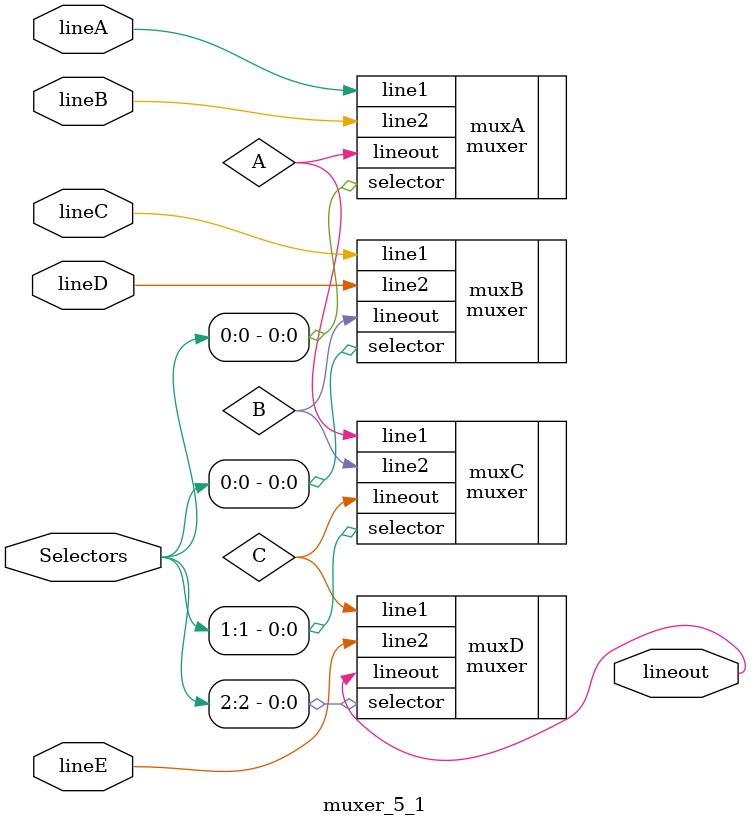
<source format=v>
module muxer_5_1(lineA, lineB, lineC, lineD, lineE, Selectors, lineout);

	// Define inputs and outputs
	input lineA, lineB, lineC, lineD, lineE;
	input [2:0] Selectors;
	output lineout;
	
	// Interconnecting wires
	wire A, B, C;
	
	// Create 4 instances of 2-1 muxers
	muxer muxA(
		.line1(lineA),
		.line2(lineB),
		.lineout(A),
		.selector(Selectors[0])
	);
	
	muxer muxB(
		.line1(lineC),
		.line2(lineD),
		.lineout(B),
		.selector(Selectors[0])
	);
	
	muxer muxC(
		.line1(A),
		.line2(B),
		.lineout(C),
		.selector(Selectors[1])
	);
	
	muxer muxD(
		.line1(C),
		.line2(lineE),
		.lineout(lineout),
		.selector(Selectors[2])
	);
	
endmodule
</source>
